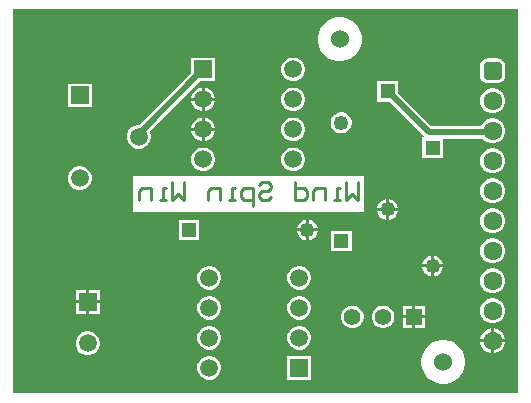
<source format=gbr>
%TF.GenerationSoftware,Altium Limited,Altium Designer,24.10.1 (45)*%
G04 Layer_Physical_Order=2*
G04 Layer_Color=16711680*
%FSLAX45Y45*%
%MOMM*%
%TF.SameCoordinates,ACBC47F4-F80E-47A8-B574-4F082A8C8B29*%
%TF.FilePolarity,Positive*%
%TF.FileFunction,Copper,L2,Bot,Signal*%
%TF.Part,Single*%
G01*
G75*
%TA.AperFunction,Conductor*%
%ADD10C,0.50800*%
%TA.AperFunction,NonConductor*%
%ADD11C,0.25400*%
%TA.AperFunction,ViaPad*%
%ADD12C,1.52400*%
%TA.AperFunction,ComponentPad*%
%ADD13R,1.25000X1.25000*%
%ADD14C,1.25000*%
%ADD15R,1.25000X1.25000*%
%ADD16R,1.50800X1.50800*%
%ADD17C,1.50800*%
%ADD18R,1.40000X1.40000*%
%ADD19C,1.40000*%
%ADD20C,1.50000*%
%ADD21R,1.50000X1.50000*%
%ADD22C,1.60000*%
G04:AMPARAMS|DCode=23|XSize=1.6mm|YSize=1.6mm|CornerRadius=0.4mm|HoleSize=0mm|Usage=FLASHONLY|Rotation=270.000|XOffset=0mm|YOffset=0mm|HoleType=Round|Shape=RoundedRectangle|*
%AMROUNDEDRECTD23*
21,1,1.60000,0.80000,0,0,270.0*
21,1,0.80000,1.60000,0,0,270.0*
1,1,0.80000,-0.40000,-0.40000*
1,1,0.80000,-0.40000,0.40000*
1,1,0.80000,0.40000,0.40000*
1,1,0.80000,0.40000,-0.40000*
%
%ADD23ROUNDEDRECTD23*%
G36*
X4279900Y0D02*
X0D01*
Y3251200D01*
X4279900D01*
Y0D01*
D02*
G37*
%LPC*%
G36*
X2786860Y3182600D02*
X2750340D01*
X2714521Y3175475D01*
X2680780Y3161499D01*
X2650415Y3141209D01*
X2624591Y3115385D01*
X2604301Y3085020D01*
X2590325Y3051279D01*
X2583200Y3015460D01*
Y2978940D01*
X2590325Y2943121D01*
X2604301Y2909380D01*
X2624591Y2879015D01*
X2650415Y2853191D01*
X2680780Y2832901D01*
X2714521Y2818925D01*
X2750340Y2811800D01*
X2786860D01*
X2822679Y2818925D01*
X2856420Y2832901D01*
X2886785Y2853191D01*
X2912609Y2879015D01*
X2932899Y2909380D01*
X2946875Y2943121D01*
X2954000Y2978940D01*
Y3015460D01*
X2946875Y3051279D01*
X2932899Y3085020D01*
X2912609Y3115385D01*
X2886785Y3141209D01*
X2856420Y3161499D01*
X2822679Y3175475D01*
X2786860Y3182600D01*
D02*
G37*
G36*
X2388118Y2843600D02*
X2361682D01*
X2336147Y2836758D01*
X2313253Y2823540D01*
X2294560Y2804847D01*
X2281342Y2781953D01*
X2274500Y2756418D01*
Y2729982D01*
X2281342Y2704447D01*
X2294560Y2681553D01*
X2313253Y2662860D01*
X2336147Y2649642D01*
X2361682Y2642800D01*
X2388118D01*
X2413653Y2649642D01*
X2436547Y2662860D01*
X2455240Y2681553D01*
X2468458Y2704447D01*
X2475300Y2729982D01*
Y2756418D01*
X2468458Y2781953D01*
X2455240Y2804847D01*
X2436547Y2823540D01*
X2413653Y2836758D01*
X2388118Y2843600D01*
D02*
G37*
G36*
X4104000Y2836464D02*
X4024000D01*
X4006927Y2834217D01*
X3991018Y2827627D01*
X3977356Y2817144D01*
X3966873Y2803482D01*
X3960283Y2787573D01*
X3958036Y2770500D01*
Y2690500D01*
X3960283Y2673427D01*
X3966873Y2657518D01*
X3977356Y2643856D01*
X3991018Y2633373D01*
X4006927Y2626783D01*
X4024000Y2624536D01*
X4104000D01*
X4121073Y2626783D01*
X4136982Y2633373D01*
X4150644Y2643856D01*
X4161127Y2657518D01*
X4167717Y2673427D01*
X4169964Y2690500D01*
Y2770500D01*
X4167717Y2787573D01*
X4161127Y2803482D01*
X4150644Y2817144D01*
X4136982Y2827627D01*
X4121073Y2834217D01*
X4104000Y2836464D01*
D02*
G37*
G36*
X1626118Y2589600D02*
X1625600D01*
Y2501900D01*
X1713300D01*
Y2502418D01*
X1706458Y2527953D01*
X1693240Y2550847D01*
X1674547Y2569540D01*
X1651653Y2582758D01*
X1626118Y2589600D01*
D02*
G37*
G36*
X1600200D02*
X1599682D01*
X1574147Y2582758D01*
X1551253Y2569540D01*
X1532560Y2550847D01*
X1519342Y2527953D01*
X1512500Y2502418D01*
Y2501900D01*
X1600200D01*
Y2589600D01*
D02*
G37*
G36*
X669300Y2623700D02*
X467700D01*
Y2422100D01*
X669300D01*
Y2623700D01*
D02*
G37*
G36*
X2388118Y2589600D02*
X2361682D01*
X2336147Y2582758D01*
X2313253Y2569540D01*
X2294560Y2550847D01*
X2281342Y2527953D01*
X2274500Y2502418D01*
Y2475982D01*
X2281342Y2450447D01*
X2294560Y2427553D01*
X2313253Y2408860D01*
X2336147Y2395642D01*
X2361682Y2388800D01*
X2388118D01*
X2413653Y2395642D01*
X2436547Y2408860D01*
X2455240Y2427553D01*
X2468458Y2450447D01*
X2475300Y2475982D01*
Y2502418D01*
X2468458Y2527953D01*
X2455240Y2550847D01*
X2436547Y2569540D01*
X2413653Y2582758D01*
X2388118Y2589600D01*
D02*
G37*
G36*
X1713300Y2476500D02*
X1625600D01*
Y2388800D01*
X1626118D01*
X1651653Y2395642D01*
X1674547Y2408860D01*
X1693240Y2427553D01*
X1706458Y2450447D01*
X1713300Y2475982D01*
Y2476500D01*
D02*
G37*
G36*
X1600200D02*
X1512500D01*
Y2475982D01*
X1519342Y2450447D01*
X1532560Y2427553D01*
X1551253Y2408860D01*
X1574147Y2395642D01*
X1599682Y2388800D01*
X1600200D01*
Y2476500D01*
D02*
G37*
G36*
X4077876Y2581900D02*
X4050124D01*
X4023317Y2574717D01*
X3999283Y2560841D01*
X3979659Y2541217D01*
X3965783Y2517183D01*
X3958600Y2490376D01*
Y2462624D01*
X3965783Y2435817D01*
X3979659Y2411783D01*
X3999283Y2392159D01*
X4023317Y2378283D01*
X4050124Y2371100D01*
X4077876D01*
X4104683Y2378283D01*
X4128717Y2392159D01*
X4148341Y2411783D01*
X4162217Y2435817D01*
X4169400Y2462624D01*
Y2490376D01*
X4162217Y2517183D01*
X4148341Y2541217D01*
X4128717Y2560841D01*
X4104683Y2574717D01*
X4077876Y2581900D01*
D02*
G37*
G36*
X1626118Y2335600D02*
X1625600D01*
Y2247900D01*
X1713300D01*
Y2248418D01*
X1706458Y2273953D01*
X1693240Y2296847D01*
X1674547Y2315540D01*
X1651653Y2328758D01*
X1626118Y2335600D01*
D02*
G37*
G36*
X1600200D02*
X1599682D01*
X1574147Y2328758D01*
X1551253Y2315540D01*
X1532560Y2296847D01*
X1519342Y2273953D01*
X1512500Y2248418D01*
Y2247900D01*
X1600200D01*
Y2335600D01*
D02*
G37*
G36*
X2792872Y2378600D02*
X2769728D01*
X2747372Y2372610D01*
X2727328Y2361037D01*
X2710963Y2344672D01*
X2699390Y2324628D01*
X2693400Y2302272D01*
Y2279128D01*
X2699390Y2256772D01*
X2710963Y2236728D01*
X2727328Y2220363D01*
X2747372Y2208790D01*
X2769728Y2202800D01*
X2792872D01*
X2815228Y2208790D01*
X2835272Y2220363D01*
X2851637Y2236728D01*
X2863210Y2256772D01*
X2869200Y2279128D01*
Y2302272D01*
X2863210Y2324628D01*
X2851637Y2344672D01*
X2835272Y2361037D01*
X2815228Y2372610D01*
X2792872Y2378600D01*
D02*
G37*
G36*
X2388118Y2335600D02*
X2361682D01*
X2336147Y2328758D01*
X2313253Y2315540D01*
X2294560Y2296847D01*
X2281342Y2273953D01*
X2274500Y2248418D01*
Y2221982D01*
X2281342Y2196447D01*
X2294560Y2173553D01*
X2313253Y2154860D01*
X2336147Y2141642D01*
X2361682Y2134800D01*
X2388118D01*
X2413653Y2141642D01*
X2436547Y2154860D01*
X2455240Y2173553D01*
X2468458Y2196447D01*
X2475300Y2221982D01*
Y2248418D01*
X2468458Y2273953D01*
X2455240Y2296847D01*
X2436547Y2315540D01*
X2413653Y2328758D01*
X2388118Y2335600D01*
D02*
G37*
G36*
X1713300Y2222500D02*
X1625600D01*
Y2134800D01*
X1626118D01*
X1651653Y2141642D01*
X1674547Y2154860D01*
X1693240Y2173553D01*
X1706458Y2196447D01*
X1713300Y2221982D01*
Y2222500D01*
D02*
G37*
G36*
X1600200D02*
X1512500D01*
Y2221982D01*
X1519342Y2196447D01*
X1532560Y2173553D01*
X1551253Y2154860D01*
X1574147Y2141642D01*
X1599682Y2134800D01*
X1600200D01*
Y2222500D01*
D02*
G37*
G36*
X3262900Y2645300D02*
X3087100D01*
Y2469500D01*
X3189650D01*
X3479050Y2180100D01*
X3473790Y2167400D01*
X3468100D01*
Y1991600D01*
X3643900D01*
Y2158005D01*
X3979531D01*
X3979659Y2157783D01*
X3999283Y2138159D01*
X4023317Y2124283D01*
X4050124Y2117100D01*
X4077876D01*
X4104683Y2124283D01*
X4128717Y2138159D01*
X4148341Y2157783D01*
X4162217Y2181817D01*
X4169400Y2208624D01*
Y2236376D01*
X4162217Y2263183D01*
X4148341Y2287217D01*
X4128717Y2306841D01*
X4104683Y2320717D01*
X4077876Y2327900D01*
X4050124D01*
X4023317Y2320717D01*
X3999283Y2306841D01*
X3979659Y2287217D01*
X3965783Y2263183D01*
X3965358Y2261595D01*
X3544054D01*
X3262900Y2542750D01*
Y2645300D01*
D02*
G37*
G36*
X1713300Y2843600D02*
X1512500D01*
Y2716050D01*
X1070150Y2273700D01*
X1055230D01*
X1029593Y2266830D01*
X1006608Y2253560D01*
X987840Y2234792D01*
X974570Y2211807D01*
X967700Y2186170D01*
Y2159629D01*
X974570Y2133993D01*
X987840Y2111007D01*
X1006608Y2092240D01*
X1029593Y2078969D01*
X1055230Y2072100D01*
X1081771D01*
X1107407Y2078969D01*
X1130392Y2092240D01*
X1149160Y2111007D01*
X1162430Y2133993D01*
X1169300Y2159629D01*
Y2186170D01*
X1162430Y2211807D01*
X1159622Y2216672D01*
X1585750Y2642800D01*
X1713300D01*
Y2843600D01*
D02*
G37*
G36*
X2388118Y2081600D02*
X2361682D01*
X2336147Y2074758D01*
X2313253Y2061540D01*
X2294560Y2042847D01*
X2281342Y2019953D01*
X2274500Y1994418D01*
Y1967982D01*
X2281342Y1942447D01*
X2294560Y1919553D01*
X2313253Y1900860D01*
X2336147Y1887642D01*
X2361682Y1880800D01*
X2388118D01*
X2413653Y1887642D01*
X2436547Y1900860D01*
X2455240Y1919553D01*
X2468458Y1942447D01*
X2475300Y1967982D01*
Y1994418D01*
X2468458Y2019953D01*
X2455240Y2042847D01*
X2436547Y2061540D01*
X2413653Y2074758D01*
X2388118Y2081600D01*
D02*
G37*
G36*
X1626118D02*
X1599682D01*
X1574147Y2074758D01*
X1551253Y2061540D01*
X1532560Y2042847D01*
X1519342Y2019953D01*
X1512500Y1994418D01*
Y1967982D01*
X1519342Y1942447D01*
X1532560Y1919553D01*
X1551253Y1900860D01*
X1574147Y1887642D01*
X1599682Y1880800D01*
X1626118D01*
X1651653Y1887642D01*
X1674547Y1900860D01*
X1693240Y1919553D01*
X1706458Y1942447D01*
X1713300Y1967982D01*
Y1994418D01*
X1706458Y2019953D01*
X1693240Y2042847D01*
X1674547Y2061540D01*
X1651653Y2074758D01*
X1626118Y2081600D01*
D02*
G37*
G36*
X4077876Y2073900D02*
X4050124D01*
X4023317Y2066717D01*
X3999283Y2052841D01*
X3979659Y2033217D01*
X3965783Y2009183D01*
X3958600Y1982376D01*
Y1954624D01*
X3965783Y1927817D01*
X3979659Y1903783D01*
X3999283Y1884159D01*
X4023317Y1870283D01*
X4050124Y1863100D01*
X4077876D01*
X4104683Y1870283D01*
X4128717Y1884159D01*
X4148341Y1903783D01*
X4162217Y1927817D01*
X4169400Y1954624D01*
Y1982376D01*
X4162217Y2009183D01*
X4148341Y2033217D01*
X4128717Y2052841D01*
X4104683Y2066717D01*
X4077876Y2073900D01*
D02*
G37*
G36*
X581770Y1923700D02*
X555230D01*
X529593Y1916831D01*
X506608Y1903560D01*
X487840Y1884793D01*
X474570Y1861807D01*
X467700Y1836171D01*
Y1809630D01*
X474570Y1783993D01*
X487840Y1761008D01*
X506608Y1742240D01*
X529593Y1728970D01*
X555230Y1722100D01*
X581770D01*
X607407Y1728970D01*
X630392Y1742240D01*
X649160Y1761008D01*
X662430Y1783993D01*
X669300Y1809630D01*
Y1836171D01*
X662430Y1861807D01*
X649160Y1884793D01*
X630392Y1903560D01*
X607407Y1916831D01*
X581770Y1923700D01*
D02*
G37*
G36*
X4077876Y1819900D02*
X4050124D01*
X4023317Y1812717D01*
X3999283Y1798841D01*
X3979659Y1779217D01*
X3965783Y1755183D01*
X3958600Y1728376D01*
Y1700624D01*
X3965783Y1673817D01*
X3979659Y1649783D01*
X3999283Y1630159D01*
X4023317Y1616283D01*
X4050124Y1609100D01*
X4077876D01*
X4104683Y1616283D01*
X4128717Y1630159D01*
X4148341Y1649783D01*
X4162217Y1673817D01*
X4169400Y1700624D01*
Y1728376D01*
X4162217Y1755183D01*
X4148341Y1779217D01*
X4128717Y1798841D01*
X4104683Y1812717D01*
X4077876Y1819900D01*
D02*
G37*
G36*
X3187700Y1644998D02*
Y1570100D01*
X3262598D01*
X3256910Y1591328D01*
X3245337Y1611372D01*
X3228972Y1627737D01*
X3208928Y1639310D01*
X3187700Y1644998D01*
D02*
G37*
G36*
X3162300D02*
X3141072Y1639310D01*
X3121028Y1627737D01*
X3104663Y1611372D01*
X3093090Y1591328D01*
X3087402Y1570100D01*
X3162300D01*
Y1644998D01*
D02*
G37*
G36*
X2971800Y1841434D02*
X1016600D01*
Y1536700D01*
X2971800D01*
Y1841434D01*
D02*
G37*
G36*
X3262598Y1544700D02*
X3187700D01*
Y1469802D01*
X3208928Y1475490D01*
X3228972Y1487063D01*
X3245337Y1503428D01*
X3256910Y1523472D01*
X3262598Y1544700D01*
D02*
G37*
G36*
X3162300D02*
X3087402D01*
X3093090Y1523472D01*
X3104663Y1503428D01*
X3121028Y1487063D01*
X3141072Y1475490D01*
X3162300Y1469802D01*
Y1544700D01*
D02*
G37*
G36*
X2506600Y1471898D02*
Y1397000D01*
X2581498D01*
X2575810Y1418228D01*
X2564237Y1438272D01*
X2547872Y1454637D01*
X2527828Y1466210D01*
X2506600Y1471898D01*
D02*
G37*
G36*
X2481200D02*
X2459972Y1466210D01*
X2439928Y1454637D01*
X2423563Y1438272D01*
X2411990Y1418228D01*
X2406302Y1397000D01*
X2481200D01*
Y1471898D01*
D02*
G37*
G36*
X4077876Y1565900D02*
X4050124D01*
X4023317Y1558717D01*
X3999283Y1544841D01*
X3979659Y1525217D01*
X3965783Y1501183D01*
X3958600Y1474376D01*
Y1446624D01*
X3965783Y1419817D01*
X3979659Y1395783D01*
X3999283Y1376159D01*
X4023317Y1362283D01*
X4050124Y1355100D01*
X4077876D01*
X4104683Y1362283D01*
X4128717Y1376159D01*
X4148341Y1395783D01*
X4162217Y1419817D01*
X4169400Y1446624D01*
Y1474376D01*
X4162217Y1501183D01*
X4148341Y1525217D01*
X4128717Y1544841D01*
X4104683Y1558717D01*
X4077876Y1565900D01*
D02*
G37*
G36*
X2581498Y1371600D02*
X2506600D01*
Y1296702D01*
X2527828Y1302390D01*
X2547872Y1313963D01*
X2564237Y1330328D01*
X2575810Y1350372D01*
X2581498Y1371600D01*
D02*
G37*
G36*
X2481200D02*
X2406302D01*
X2411990Y1350372D01*
X2423563Y1330328D01*
X2439928Y1313963D01*
X2459972Y1302390D01*
X2481200Y1296702D01*
Y1371600D01*
D02*
G37*
G36*
X1581800Y1472200D02*
X1406000D01*
Y1296400D01*
X1581800D01*
Y1472200D01*
D02*
G37*
G36*
X2869200Y1378600D02*
X2693400D01*
Y1202800D01*
X2869200D01*
Y1378600D01*
D02*
G37*
G36*
X4077876Y1311900D02*
X4050124D01*
X4023317Y1304717D01*
X3999283Y1290841D01*
X3979659Y1271217D01*
X3965783Y1247183D01*
X3958600Y1220376D01*
Y1192624D01*
X3965783Y1165817D01*
X3979659Y1141783D01*
X3999283Y1122159D01*
X4023317Y1108283D01*
X4050124Y1101100D01*
X4077876D01*
X4104683Y1108283D01*
X4128717Y1122159D01*
X4148341Y1141783D01*
X4162217Y1165817D01*
X4169400Y1192624D01*
Y1220376D01*
X4162217Y1247183D01*
X4148341Y1271217D01*
X4128717Y1290841D01*
X4104683Y1304717D01*
X4077876Y1311900D01*
D02*
G37*
G36*
X3568700Y1167098D02*
Y1092200D01*
X3643598D01*
X3637910Y1113428D01*
X3626337Y1133472D01*
X3609972Y1149837D01*
X3589928Y1161410D01*
X3568700Y1167098D01*
D02*
G37*
G36*
X3543300D02*
X3522072Y1161410D01*
X3502028Y1149837D01*
X3485663Y1133472D01*
X3474090Y1113428D01*
X3468402Y1092200D01*
X3543300D01*
Y1167098D01*
D02*
G37*
G36*
X3643598Y1066800D02*
X3568700D01*
Y991902D01*
X3589928Y997590D01*
X3609972Y1009163D01*
X3626337Y1025528D01*
X3637910Y1045572D01*
X3643598Y1066800D01*
D02*
G37*
G36*
X3543300D02*
X3468402D01*
X3474090Y1045572D01*
X3485663Y1025528D01*
X3502028Y1009163D01*
X3522072Y997590D01*
X3543300Y991902D01*
Y1066800D01*
D02*
G37*
G36*
X2438918Y1078300D02*
X2412482D01*
X2386947Y1071458D01*
X2364053Y1058240D01*
X2345360Y1039547D01*
X2332142Y1016653D01*
X2325300Y991118D01*
Y964682D01*
X2332142Y939147D01*
X2345360Y916253D01*
X2364053Y897560D01*
X2386947Y884342D01*
X2412482Y877500D01*
X2438918D01*
X2464453Y884342D01*
X2487347Y897560D01*
X2506040Y916253D01*
X2519258Y939147D01*
X2526100Y964682D01*
Y991118D01*
X2519258Y1016653D01*
X2506040Y1039547D01*
X2487347Y1058240D01*
X2464453Y1071458D01*
X2438918Y1078300D01*
D02*
G37*
G36*
X1676918D02*
X1650482D01*
X1624947Y1071458D01*
X1602053Y1058240D01*
X1583360Y1039547D01*
X1570142Y1016653D01*
X1563300Y991118D01*
Y964682D01*
X1570142Y939147D01*
X1583360Y916253D01*
X1602053Y897560D01*
X1624947Y884342D01*
X1650482Y877500D01*
X1676918D01*
X1702453Y884342D01*
X1725347Y897560D01*
X1744040Y916253D01*
X1757258Y939147D01*
X1764100Y964682D01*
Y991118D01*
X1757258Y1016653D01*
X1744040Y1039547D01*
X1725347Y1058240D01*
X1702453Y1071458D01*
X1676918Y1078300D01*
D02*
G37*
G36*
X4077876Y1057900D02*
X4050124D01*
X4023317Y1050717D01*
X3999283Y1036841D01*
X3979659Y1017217D01*
X3965783Y993183D01*
X3958600Y966376D01*
Y938624D01*
X3965783Y911817D01*
X3979659Y887783D01*
X3999283Y868159D01*
X4023317Y854283D01*
X4050124Y847100D01*
X4077876D01*
X4104683Y854283D01*
X4128717Y868159D01*
X4148341Y887783D01*
X4162217Y911817D01*
X4169400Y938624D01*
Y966376D01*
X4162217Y993183D01*
X4148341Y1017217D01*
X4128717Y1036841D01*
X4104683Y1050717D01*
X4077876Y1057900D01*
D02*
G37*
G36*
X735800Y875500D02*
X647700D01*
Y787400D01*
X735800D01*
Y875500D01*
D02*
G37*
G36*
X622300D02*
X534200D01*
Y787400D01*
X622300D01*
Y875500D01*
D02*
G37*
G36*
X735800Y762000D02*
X647700D01*
Y673900D01*
X735800D01*
Y762000D01*
D02*
G37*
G36*
X622300D02*
X534200D01*
Y673900D01*
X622300D01*
Y762000D01*
D02*
G37*
G36*
X3492300Y743100D02*
X3409600D01*
Y660400D01*
X3492300D01*
Y743100D01*
D02*
G37*
G36*
X3384200D02*
X3301500D01*
Y660400D01*
X3384200D01*
Y743100D01*
D02*
G37*
G36*
X2438918Y824300D02*
X2412482D01*
X2386947Y817458D01*
X2364053Y804240D01*
X2345360Y785547D01*
X2332142Y762653D01*
X2325300Y737118D01*
Y710682D01*
X2332142Y685147D01*
X2345360Y662253D01*
X2364053Y643560D01*
X2386947Y630342D01*
X2412482Y623500D01*
X2438918D01*
X2464453Y630342D01*
X2487347Y643560D01*
X2506040Y662253D01*
X2519258Y685147D01*
X2526100Y710682D01*
Y737118D01*
X2519258Y762653D01*
X2506040Y785547D01*
X2487347Y804240D01*
X2464453Y817458D01*
X2438918Y824300D01*
D02*
G37*
G36*
X1676918D02*
X1650482D01*
X1624947Y817458D01*
X1602053Y804240D01*
X1583360Y785547D01*
X1570142Y762653D01*
X1563300Y737118D01*
Y710682D01*
X1570142Y685147D01*
X1583360Y662253D01*
X1602053Y643560D01*
X1624947Y630342D01*
X1650482Y623500D01*
X1676918D01*
X1702453Y630342D01*
X1725347Y643560D01*
X1744040Y662253D01*
X1757258Y685147D01*
X1764100Y710682D01*
Y737118D01*
X1757258Y762653D01*
X1744040Y785547D01*
X1725347Y804240D01*
X1702453Y817458D01*
X1676918Y824300D01*
D02*
G37*
G36*
X4077876Y803900D02*
X4050124D01*
X4023317Y796717D01*
X3999283Y782841D01*
X3979659Y763217D01*
X3965783Y739183D01*
X3958600Y712376D01*
Y684624D01*
X3965783Y657817D01*
X3979659Y633783D01*
X3999283Y614159D01*
X4023317Y600283D01*
X4050124Y593100D01*
X4077876D01*
X4104683Y600283D01*
X4128717Y614159D01*
X4148341Y633783D01*
X4162217Y657817D01*
X4169400Y684624D01*
Y712376D01*
X4162217Y739183D01*
X4148341Y763217D01*
X4128717Y782841D01*
X4104683Y796717D01*
X4077876Y803900D01*
D02*
G37*
G36*
X3492300Y635000D02*
X3409600D01*
Y552300D01*
X3492300D01*
Y635000D01*
D02*
G37*
G36*
X3384200D02*
X3301500D01*
Y552300D01*
X3384200D01*
Y635000D01*
D02*
G37*
G36*
X3149460Y743100D02*
X3124340D01*
X3100077Y736598D01*
X3078323Y724039D01*
X3060561Y706277D01*
X3048002Y684523D01*
X3041500Y660260D01*
Y635140D01*
X3048002Y610877D01*
X3060561Y589123D01*
X3078323Y571361D01*
X3100077Y558802D01*
X3124340Y552300D01*
X3149460D01*
X3173723Y558802D01*
X3195477Y571361D01*
X3213239Y589123D01*
X3225798Y610877D01*
X3232300Y635140D01*
Y660260D01*
X3225798Y684523D01*
X3213239Y706277D01*
X3195477Y724039D01*
X3173723Y736598D01*
X3149460Y743100D01*
D02*
G37*
G36*
X2889460D02*
X2864340D01*
X2840077Y736598D01*
X2818323Y724039D01*
X2800561Y706277D01*
X2788002Y684523D01*
X2781500Y660260D01*
Y635140D01*
X2788002Y610877D01*
X2800561Y589123D01*
X2818323Y571361D01*
X2840077Y558802D01*
X2864340Y552300D01*
X2889460D01*
X2913723Y558802D01*
X2935477Y571361D01*
X2953239Y589123D01*
X2965798Y610877D01*
X2972300Y635140D01*
Y660260D01*
X2965798Y684523D01*
X2953239Y706277D01*
X2935477Y724039D01*
X2913723Y736598D01*
X2889460Y743100D01*
D02*
G37*
G36*
X4077876Y549900D02*
X4076700D01*
Y457200D01*
X4169400D01*
Y458376D01*
X4162217Y485183D01*
X4148341Y509217D01*
X4128717Y528841D01*
X4104683Y542717D01*
X4077876Y549900D01*
D02*
G37*
G36*
X4051300D02*
X4050124D01*
X4023317Y542717D01*
X3999283Y528841D01*
X3979659Y509217D01*
X3965783Y485183D01*
X3958600Y458376D01*
Y457200D01*
X4051300D01*
Y549900D01*
D02*
G37*
G36*
X2438918Y570300D02*
X2412482D01*
X2386947Y563458D01*
X2364053Y550240D01*
X2345360Y531547D01*
X2332142Y508653D01*
X2325300Y483118D01*
Y456682D01*
X2332142Y431147D01*
X2345360Y408253D01*
X2364053Y389560D01*
X2386947Y376342D01*
X2412482Y369500D01*
X2438918D01*
X2464453Y376342D01*
X2487347Y389560D01*
X2506040Y408253D01*
X2519258Y431147D01*
X2526100Y456682D01*
Y483118D01*
X2519258Y508653D01*
X2506040Y531547D01*
X2487347Y550240D01*
X2464453Y563458D01*
X2438918Y570300D01*
D02*
G37*
G36*
X1676918D02*
X1650482D01*
X1624947Y563458D01*
X1602053Y550240D01*
X1583360Y531547D01*
X1570142Y508653D01*
X1563300Y483118D01*
Y456682D01*
X1570142Y431147D01*
X1583360Y408253D01*
X1602053Y389560D01*
X1624947Y376342D01*
X1650482Y369500D01*
X1676918D01*
X1702453Y376342D01*
X1725347Y389560D01*
X1744040Y408253D01*
X1757258Y431147D01*
X1764100Y456682D01*
Y483118D01*
X1757258Y508653D01*
X1744040Y531547D01*
X1725347Y550240D01*
X1702453Y563458D01*
X1676918Y570300D01*
D02*
G37*
G36*
X4169400Y431800D02*
X4076700D01*
Y339100D01*
X4077876D01*
X4104683Y346283D01*
X4128717Y360159D01*
X4148341Y379783D01*
X4162217Y403817D01*
X4169400Y430624D01*
Y431800D01*
D02*
G37*
G36*
X4051300D02*
X3958600D01*
Y430624D01*
X3965783Y403817D01*
X3979659Y379783D01*
X3999283Y360159D01*
X4023317Y346283D01*
X4050124Y339100D01*
X4051300D01*
Y431800D01*
D02*
G37*
G36*
X648270Y525500D02*
X621730D01*
X596093Y518631D01*
X573108Y505360D01*
X554340Y486593D01*
X541070Y463607D01*
X534200Y437971D01*
Y411430D01*
X541070Y385793D01*
X554340Y362808D01*
X573108Y344040D01*
X596093Y330770D01*
X621730Y323900D01*
X648270D01*
X673907Y330770D01*
X696892Y344040D01*
X715660Y362808D01*
X728930Y385793D01*
X735800Y411430D01*
Y437971D01*
X728930Y463607D01*
X715660Y486593D01*
X696892Y505360D01*
X673907Y518631D01*
X648270Y525500D01*
D02*
G37*
G36*
X2526100Y316300D02*
X2325300D01*
Y115500D01*
X2526100D01*
Y316300D01*
D02*
G37*
G36*
X1676918D02*
X1650482D01*
X1624947Y309458D01*
X1602053Y296240D01*
X1583360Y277547D01*
X1570142Y254653D01*
X1563300Y229118D01*
Y202682D01*
X1570142Y177147D01*
X1583360Y154253D01*
X1602053Y135560D01*
X1624947Y122342D01*
X1650482Y115500D01*
X1676918D01*
X1702453Y122342D01*
X1725347Y135560D01*
X1744040Y154253D01*
X1757258Y177147D01*
X1764100Y202682D01*
Y229118D01*
X1757258Y254653D01*
X1744040Y277547D01*
X1725347Y296240D01*
X1702453Y309458D01*
X1676918Y316300D01*
D02*
G37*
G36*
X3663160Y452100D02*
X3626640D01*
X3590821Y444975D01*
X3557080Y430999D01*
X3526715Y410709D01*
X3500891Y384885D01*
X3480601Y354520D01*
X3466625Y320779D01*
X3459500Y284960D01*
Y248440D01*
X3466625Y212621D01*
X3480601Y178880D01*
X3500891Y148515D01*
X3526715Y122691D01*
X3557080Y102401D01*
X3590821Y88425D01*
X3626640Y81300D01*
X3663160D01*
X3698979Y88425D01*
X3732720Y102401D01*
X3763085Y122691D01*
X3788909Y148515D01*
X3809199Y178880D01*
X3823175Y212621D01*
X3830300Y248440D01*
Y284960D01*
X3823175Y320779D01*
X3809199Y354520D01*
X3788909Y384885D01*
X3763085Y410709D01*
X3732720Y430999D01*
X3698979Y444975D01*
X3663160Y452100D01*
D02*
G37*
%LPD*%
D10*
X4061650Y1970850D02*
X4064000Y1968500D01*
X3522600Y2209800D02*
X4051300D01*
X4064000Y2222500D01*
X3175000Y2557400D02*
X3522600Y2209800D01*
X1068500Y2198800D02*
X1612900Y2743200D01*
X1068500Y2172900D02*
Y2198800D01*
D11*
X2921000Y1790634D02*
Y1638283D01*
X2870217Y1689067D01*
X2819433Y1638283D01*
Y1790634D01*
X2768649Y1638283D02*
X2717866D01*
X2743257D01*
Y1739851D01*
X2768649D01*
X2641690Y1638283D02*
Y1739851D01*
X2565515D01*
X2540123Y1714459D01*
Y1638283D01*
X2387772Y1790634D02*
Y1638283D01*
X2463948D01*
X2489340Y1663675D01*
Y1714459D01*
X2463948Y1739851D01*
X2387772D01*
X2083071Y1765242D02*
X2108463Y1790634D01*
X2159246D01*
X2184638Y1765242D01*
Y1739851D01*
X2159246Y1714459D01*
X2108463D01*
X2083071Y1689067D01*
Y1663675D01*
X2108463Y1638283D01*
X2159246D01*
X2184638Y1663675D01*
X2032288Y1587500D02*
Y1739851D01*
X1956112D01*
X1930720Y1714459D01*
Y1663675D01*
X1956112Y1638283D01*
X2032288D01*
X1879937D02*
X1829153D01*
X1854545D01*
Y1739851D01*
X1879937D01*
X1752978Y1638283D02*
Y1739851D01*
X1676803D01*
X1651411Y1714459D01*
Y1638283D01*
X1448277Y1790634D02*
Y1638283D01*
X1397493Y1689067D01*
X1346709Y1638283D01*
Y1790634D01*
X1295926Y1638283D02*
X1245142D01*
X1270534D01*
Y1739851D01*
X1295926D01*
X1168967Y1638283D02*
Y1739851D01*
X1092792D01*
X1067400Y1714459D01*
Y1638283D01*
D12*
X2768600Y2997200D02*
D03*
X3644900Y266700D02*
D03*
D13*
X3556000Y2079500D02*
D03*
X2781300Y1290700D02*
D03*
X3175000Y2557400D02*
D03*
D14*
X3556000Y1079500D02*
D03*
X2493900Y1384300D02*
D03*
X2781300Y2290700D02*
D03*
X3175000Y1557400D02*
D03*
D15*
X1493900Y1384300D02*
D03*
D16*
X568500Y2522900D02*
D03*
X635000Y774700D02*
D03*
D17*
X1068500Y2172900D02*
D03*
X568500Y1822900D02*
D03*
X635000Y424700D02*
D03*
D18*
X3396900Y647700D02*
D03*
D19*
X2876900D02*
D03*
X3136900D02*
D03*
D20*
X1663700Y977900D02*
D03*
Y723900D02*
D03*
Y469900D02*
D03*
Y215900D02*
D03*
X2425700Y977900D02*
D03*
Y723900D02*
D03*
Y469900D02*
D03*
X2374900Y1981200D02*
D03*
Y2235200D02*
D03*
Y2489200D02*
D03*
Y2743200D02*
D03*
X1612900Y1981200D02*
D03*
Y2235200D02*
D03*
Y2489200D02*
D03*
D21*
X2425700Y215900D02*
D03*
X1612900Y2743200D02*
D03*
D22*
X4064000Y952500D02*
D03*
Y1206500D02*
D03*
Y1714500D02*
D03*
Y2222500D02*
D03*
Y2476500D02*
D03*
Y1968500D02*
D03*
Y1460500D02*
D03*
Y698500D02*
D03*
Y444500D02*
D03*
D23*
Y2730500D02*
D03*
%TF.MD5,6b352a18dbf6d5bc21ebcedbba7ead78*%
M02*

</source>
